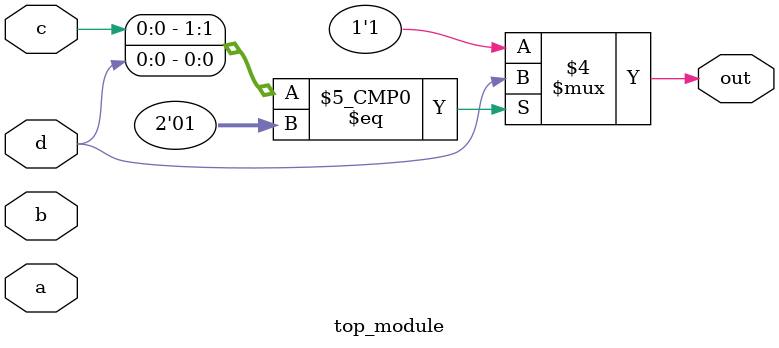
<source format=sv>
module top_module (
	input a, 
	input b,
	input c,
	input d,
	output reg out
);

	always @* begin
		case({c, d})
			2'b00: out = 1;
			2'b01: out = d;
			2'b10: out = 1;
			default: out = 1;
		endcase
	end

endmodule

</source>
